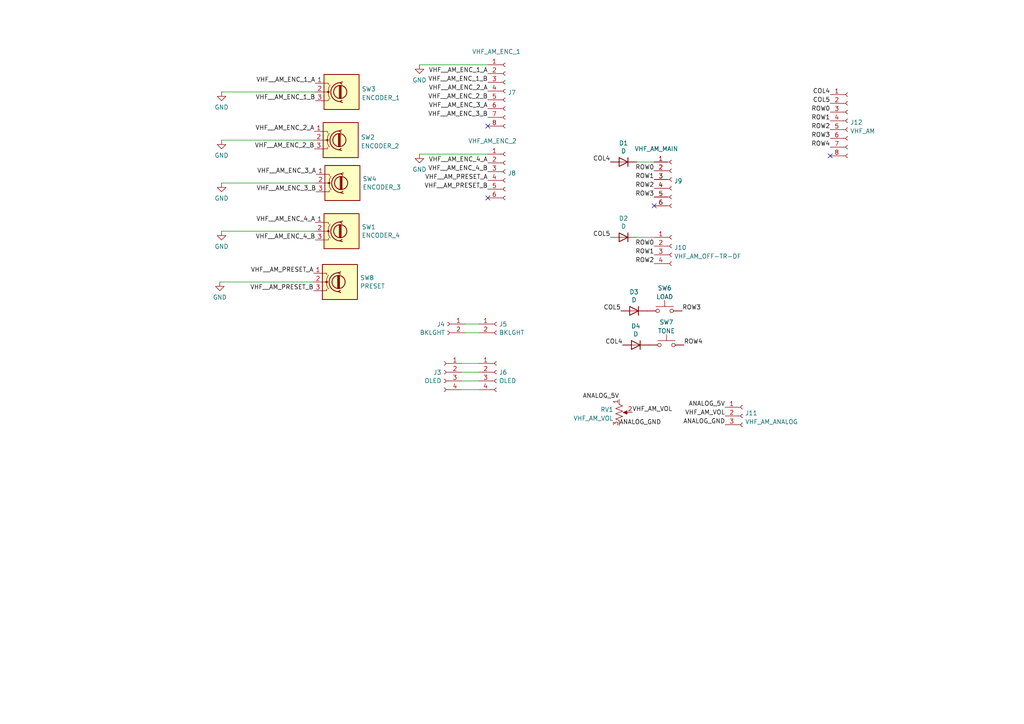
<source format=kicad_sch>
(kicad_sch (version 20230121) (generator eeschema)
  (paper "A4")
  (lib_symbols
    (symbol "Connector:Conn_01x02_Socket" (pin_names (offset 1.016) hide)
      (property "Reference" "J" (at 0 2.54 0))
      (property "Value" "Conn_01x02_Socket" (at 0 -5.08 0))
      (symbol "Conn_01x02_Socket_1_1"
        (arc (start 0 -2.032) (mid -0.5058 -2.54) (end 0 -3.048) (stroke (width 0.1524)))
        (polyline (pts (xy -1.27 -2.54) (xy -0.508 -2.54)) (stroke (width 0.1524)))
        (polyline (pts (xy -1.27 0) (xy -0.508 0)) (stroke (width 0.1524)))
        (arc (start 0 0.508) (mid -0.5058 0) (end 0 -0.508) (stroke (width 0.1524)))
        (pin passive line (at -5.08 0 0) (length 3.81) (name "Pin_1") (number "1"))
        (pin passive line (at -5.08 -2.54 0) (length 3.81) (name "Pin_2") (number "2"))
      )
    )
    (symbol "Connector:Conn_01x03_Female" (pin_names (offset 1.016) hide)
      (property "Reference" "J" (at 0 5.08 0))
      (property "Value" "Conn_01x03_Female" (at 0 -5.08 0))
      (symbol "Conn_01x03_Female_1_1"
        (arc (start 0 -2.032) (mid -0.5058 -2.54) (end 0 -3.048) (stroke (width 0.1524)))
        (polyline (pts (xy -1.27 -2.54) (xy -0.508 -2.54)) (stroke (width 0.1524)))
        (polyline (pts (xy -1.27 0) (xy -0.508 0)) (stroke (width 0.1524)))
        (polyline (pts (xy -1.27 2.54) (xy -0.508 2.54)) (stroke (width 0.1524)))
        (arc (start 0 0.508) (mid -0.5058 0) (end 0 -0.508) (stroke (width 0.1524)))
        (arc (start 0 3.048) (mid -0.5058 2.54) (end 0 2.032) (stroke (width 0.1524)))
        (pin passive line (at -5.08 2.54 0) (length 3.81) (name "Pin_1") (number "1"))
        (pin passive line (at -5.08 0 0) (length 3.81) (name "Pin_2") (number "2"))
        (pin passive line (at -5.08 -2.54 0) (length 3.81) (name "Pin_3") (number "3"))
      )
    )
    (symbol "Connector:Conn_01x04_Female" (pin_names (offset 1.016) hide)
      (property "Reference" "J" (at 0 5.08 0))
      (property "Value" "Conn_01x04_Female" (at 0 -7.62 0))
      (symbol "Conn_01x04_Female_1_1"
        (arc (start 0 -4.572) (mid -0.5058 -5.08) (end 0 -5.588) (stroke (width 0.1524)))
        (arc (start 0 -2.032) (mid -0.5058 -2.54) (end 0 -3.048) (stroke (width 0.1524)))
        (polyline (pts (xy -1.27 -5.08) (xy -0.508 -5.08)) (stroke (width 0.1524)))
        (polyline (pts (xy -1.27 -2.54) (xy -0.508 -2.54)) (stroke (width 0.1524)))
        (polyline (pts (xy -1.27 0) (xy -0.508 0)) (stroke (width 0.1524)))
        (polyline (pts (xy -1.27 2.54) (xy -0.508 2.54)) (stroke (width 0.1524)))
        (arc (start 0 0.508) (mid -0.5058 0) (end 0 -0.508) (stroke (width 0.1524)))
        (arc (start 0 3.048) (mid -0.5058 2.54) (end 0 2.032) (stroke (width 0.1524)))
        (pin passive line (at -5.08 2.54 0) (length 3.81) (name "Pin_1") (number "1"))
        (pin passive line (at -5.08 0 0) (length 3.81) (name "Pin_2") (number "2"))
        (pin passive line (at -5.08 -2.54 0) (length 3.81) (name "Pin_3") (number "3"))
        (pin passive line (at -5.08 -5.08 0) (length 3.81) (name "Pin_4") (number "4"))
      )
    )
    (symbol "Connector:Conn_01x04_Socket" (pin_names (offset 1.016) hide)
      (property "Reference" "J" (at 0 5.08 0))
      (property "Value" "Conn_01x04_Socket" (at 0 -7.62 0))
      (symbol "Conn_01x04_Socket_1_1"
        (arc (start 0 -4.572) (mid -0.5058 -5.08) (end 0 -5.588) (stroke (width 0.1524)))
        (arc (start 0 -2.032) (mid -0.5058 -2.54) (end 0 -3.048) (stroke (width 0.1524)))
        (polyline (pts (xy -1.27 -5.08) (xy -0.508 -5.08)) (stroke (width 0.1524)))
        (polyline (pts (xy -1.27 -2.54) (xy -0.508 -2.54)) (stroke (width 0.1524)))
        (polyline (pts (xy -1.27 0) (xy -0.508 0)) (stroke (width 0.1524)))
        (polyline (pts (xy -1.27 2.54) (xy -0.508 2.54)) (stroke (width 0.1524)))
        (arc (start 0 0.508) (mid -0.5058 0) (end 0 -0.508) (stroke (width 0.1524)))
        (arc (start 0 3.048) (mid -0.5058 2.54) (end 0 2.032) (stroke (width 0.1524)))
        (pin passive line (at -5.08 2.54 0) (length 3.81) (name "Pin_1") (number "1"))
        (pin passive line (at -5.08 0 0) (length 3.81) (name "Pin_2") (number "2"))
        (pin passive line (at -5.08 -2.54 0) (length 3.81) (name "Pin_3") (number "3"))
        (pin passive line (at -5.08 -5.08 0) (length 3.81) (name "Pin_4") (number "4"))
      )
    )
    (symbol "Connector:Conn_01x06_Female" (pin_names (offset 1.016) hide)
      (property "Reference" "J" (at 0 7.62 0))
      (property "Value" "Conn_01x06_Female" (at 0 -10.16 0))
      (symbol "Conn_01x06_Female_1_1"
        (arc (start 0 -7.112) (mid -0.5058 -7.62) (end 0 -8.128) (stroke (width 0.1524)))
        (arc (start 0 -4.572) (mid -0.5058 -5.08) (end 0 -5.588) (stroke (width 0.1524)))
        (arc (start 0 -2.032) (mid -0.5058 -2.54) (end 0 -3.048) (stroke (width 0.1524)))
        (polyline (pts (xy -1.27 -7.62) (xy -0.508 -7.62)) (stroke (width 0.1524)))
        (polyline (pts (xy -1.27 -5.08) (xy -0.508 -5.08)) (stroke (width 0.1524)))
        (polyline (pts (xy -1.27 -2.54) (xy -0.508 -2.54)) (stroke (width 0.1524)))
        (polyline (pts (xy -1.27 0) (xy -0.508 0)) (stroke (width 0.1524)))
        (polyline (pts (xy -1.27 2.54) (xy -0.508 2.54)) (stroke (width 0.1524)))
        (polyline (pts (xy -1.27 5.08) (xy -0.508 5.08)) (stroke (width 0.1524)))
        (arc (start 0 0.508) (mid -0.5058 0) (end 0 -0.508) (stroke (width 0.1524)))
        (arc (start 0 3.048) (mid -0.5058 2.54) (end 0 2.032) (stroke (width 0.1524)))
        (arc (start 0 5.588) (mid -0.5058 5.08) (end 0 4.572) (stroke (width 0.1524)))
        (pin passive line (at -5.08 5.08 0) (length 3.81) (name "Pin_1") (number "1"))
        (pin passive line (at -5.08 2.54 0) (length 3.81) (name "Pin_2") (number "2"))
        (pin passive line (at -5.08 0 0) (length 3.81) (name "Pin_3") (number "3"))
        (pin passive line (at -5.08 -2.54 0) (length 3.81) (name "Pin_4") (number "4"))
        (pin passive line (at -5.08 -5.08 0) (length 3.81) (name "Pin_5") (number "5"))
        (pin passive line (at -5.08 -7.62 0) (length 3.81) (name "Pin_6") (number "6"))
      )
    )
    (symbol "Connector:Conn_01x08_Female" (pin_names (offset 1.016) hide)
      (property "Reference" "J" (at 0 10.16 0))
      (property "Value" "Conn_01x08_Female" (at 0 -12.7 0))
      (symbol "Conn_01x08_Female_1_1"
        (arc (start 0 -9.652) (mid -0.5058 -10.16) (end 0 -10.668) (stroke (width 0.1524)))
        (arc (start 0 -7.112) (mid -0.5058 -7.62) (end 0 -8.128) (stroke (width 0.1524)))
        (arc (start 0 -4.572) (mid -0.5058 -5.08) (end 0 -5.588) (stroke (width 0.1524)))
        (arc (start 0 -2.032) (mid -0.5058 -2.54) (end 0 -3.048) (stroke (width 0.1524)))
        (polyline (pts (xy -1.27 -10.16) (xy -0.508 -10.16)) (stroke (width 0.1524)))
        (polyline (pts (xy -1.27 -7.62) (xy -0.508 -7.62)) (stroke (width 0.1524)))
        (polyline (pts (xy -1.27 -5.08) (xy -0.508 -5.08)) (stroke (width 0.1524)))
        (polyline (pts (xy -1.27 -2.54) (xy -0.508 -2.54)) (stroke (width 0.1524)))
        (polyline (pts (xy -1.27 0) (xy -0.508 0)) (stroke (width 0.1524)))
        (polyline (pts (xy -1.27 2.54) (xy -0.508 2.54)) (stroke (width 0.1524)))
        (polyline (pts (xy -1.27 5.08) (xy -0.508 5.08)) (stroke (width 0.1524)))
        (polyline (pts (xy -1.27 7.62) (xy -0.508 7.62)) (stroke (width 0.1524)))
        (arc (start 0 0.508) (mid -0.5058 0) (end 0 -0.508) (stroke (width 0.1524)))
        (arc (start 0 3.048) (mid -0.5058 2.54) (end 0 2.032) (stroke (width 0.1524)))
        (arc (start 0 5.588) (mid -0.5058 5.08) (end 0 4.572) (stroke (width 0.1524)))
        (arc (start 0 8.128) (mid -0.5058 7.62) (end 0 7.112) (stroke (width 0.1524)))
        (pin passive line (at -5.08 7.62 0) (length 3.81) (name "Pin_1") (number "1"))
        (pin passive line (at -5.08 5.08 0) (length 3.81) (name "Pin_2") (number "2"))
        (pin passive line (at -5.08 2.54 0) (length 3.81) (name "Pin_3") (number "3"))
        (pin passive line (at -5.08 0 0) (length 3.81) (name "Pin_4") (number "4"))
        (pin passive line (at -5.08 -2.54 0) (length 3.81) (name "Pin_5") (number "5"))
        (pin passive line (at -5.08 -5.08 0) (length 3.81) (name "Pin_6") (number "6"))
        (pin passive line (at -5.08 -7.62 0) (length 3.81) (name "Pin_7") (number "7"))
        (pin passive line (at -5.08 -10.16 0) (length 3.81) (name "Pin_8") (number "8"))
      )
    )
    (symbol "Device:D" (pin_numbers hide) (pin_names (offset 1.016) hide)
      (property "Reference" "D" (at 0 2.54 0))
      (property "Value" "D" (at 0 -2.54 0))
      (symbol "D_0_1"
        (polyline (pts (xy -1.27 1.27) (xy -1.27 -1.27)) (stroke (width 0.254)))
        (polyline (pts (xy 1.27 0) (xy -1.27 0)))
        (polyline (pts (xy 1.27 1.27) (xy 1.27 -1.27) (xy -1.27 0) (xy 1.27 1.27)) (stroke (width 0.254)))
      )
      (symbol "D_1_1"
        (pin passive line (at -3.81 0 0) (length 2.54) (name "K") (number "1"))
        (pin passive line (at 3.81 0 180) (length 2.54) (name "A") (number "2"))
      )
    )
    (symbol "Device:R_Potentiometer_US" (pin_names (offset 1.016) hide)
      (property "Reference" "RV" (at -4.445 0 90))
      (property "Value" "R_Potentiometer_US" (at -2.54 0 90))
      (symbol "R_Potentiometer_US_0_1"
        (polyline (pts (xy 0 -2.286) (xy 0 -2.54)))
        (polyline (pts (xy 0 2.54) (xy 0 2.286)))
        (polyline (pts (xy 2.54 0) (xy 1.524 0)))
        (polyline (pts (xy 1.143 0) (xy 2.286 0.508) (xy 2.286 -0.508) (xy 1.143 0)) (fill (type outline)))
        (polyline (pts (xy 0 -0.762) (xy 1.016 -1.143) (xy 0 -1.524) (xy -1.016 -1.905) (xy 0 -2.286)))
        (polyline (pts (xy 0 0.762) (xy 1.016 0.381) (xy 0 0) (xy -1.016 -0.381) (xy 0 -0.762)))
        (polyline (pts (xy 0 2.286) (xy 1.016 1.905) (xy 0 1.524) (xy -1.016 1.143) (xy 0 0.762)))
      )
      (symbol "R_Potentiometer_US_1_1"
        (pin passive line (at 0 3.81 270) (length 1.27) (name "1") (number "1"))
        (pin passive line (at 3.81 0 180) (length 1.27) (name "2") (number "2"))
        (pin passive line (at 0 -3.81 90) (length 1.27) (name "3") (number "3"))
      )
    )
    (symbol "RotaryEncoder_1" (pin_names (offset 0.254) hide)
      (property "Reference" "SW3" (at 5.842 0.8347 0))
      (property "Value" "ENCODER_1" (at 5.842 -1.7022 0))
      (symbol "RotaryEncoder_1_0_1"
        (rectangle (start -5.08 5.08) (end 5.08 -5.08) (stroke (width 0.254)) (fill (type background)))
        (circle (center -3.81 0) (radius 0.254) (fill (type outline)))
        (circle (center -0.381 0) (radius 1.905) (stroke (width 0.254)))
        (arc (start -0.381 2.667) (mid -3.0988 -0.0635) (end -0.381 -2.794) (stroke (width 0.254)))
        (polyline (pts (xy -0.635 -1.778) (xy -0.635 1.778)) (stroke (width 0.254)))
        (polyline (pts (xy -0.381 -1.778) (xy -0.381 1.778)) (stroke (width 0.254)))
        (polyline (pts (xy -0.127 1.778) (xy -0.127 -1.778)) (stroke (width 0.254)))
        (polyline (pts (xy -5.08 -2.54) (xy -3.81 -2.54) (xy -3.81 -2.032)))
        (polyline (pts (xy -5.08 2.54) (xy -3.81 2.54) (xy -3.81 2.032)))
        (polyline (pts (xy 0.254 -3.048) (xy -0.508 -2.794) (xy 0.127 -2.413)) (stroke (width 0.254)))
        (polyline (pts (xy 0.254 2.921) (xy -0.508 2.667) (xy 0.127 2.286)) (stroke (width 0.254)))
        (polyline (pts (xy -5.08 0) (xy -3.81 0) (xy -3.81 -1.016) (xy -3.302 -2.032)))
        (polyline (pts (xy -4.318 0) (xy -3.81 0) (xy -3.81 1.016) (xy -3.302 2.032)))
      )
      (symbol "RotaryEncoder_1_1_1"
        (pin passive line (at -7.62 2.54 0) (length 2.54) (name "1") (number "1"))
        (pin passive line (at -7.62 0 0) (length 2.54) (name "2") (number "2"))
        (pin passive line (at -7.62 -2.54 0) (length 2.54) (name "3") (number "3"))
      )
    )
    (symbol "RotaryEncoder_2" (pin_names (offset 0.254) hide)
      (property "Reference" "SW2" (at 5.842 0.8347 0))
      (property "Value" "ENCODER_2" (at 5.842 -1.7022 0))
      (symbol "RotaryEncoder_2_0_1"
        (rectangle (start -5.08 5.08) (end 5.08 -5.08) (stroke (width 0.254)) (fill (type background)))
        (circle (center -3.81 0) (radius 0.254) (fill (type outline)))
        (circle (center -0.381 0) (radius 1.905) (stroke (width 0.254)))
        (arc (start -0.381 2.667) (mid -3.0988 -0.0635) (end -0.381 -2.794) (stroke (width 0.254)))
        (polyline (pts (xy -0.635 -1.778) (xy -0.635 1.778)) (stroke (width 0.254)))
        (polyline (pts (xy -0.381 -1.778) (xy -0.381 1.778)) (stroke (width 0.254)))
        (polyline (pts (xy -0.127 1.778) (xy -0.127 -1.778)) (stroke (width 0.254)))
        (polyline (pts (xy -5.08 -2.54) (xy -3.81 -2.54) (xy -3.81 -2.032)))
        (polyline (pts (xy -5.08 2.54) (xy -3.81 2.54) (xy -3.81 2.032)))
        (polyline (pts (xy 0.254 -3.048) (xy -0.508 -2.794) (xy 0.127 -2.413)) (stroke (width 0.254)))
        (polyline (pts (xy 0.254 2.921) (xy -0.508 2.667) (xy 0.127 2.286)) (stroke (width 0.254)))
        (polyline (pts (xy -5.08 0) (xy -3.81 0) (xy -3.81 -1.016) (xy -3.302 -2.032)))
        (polyline (pts (xy -4.318 0) (xy -3.81 0) (xy -3.81 1.016) (xy -3.302 2.032)))
      )
      (symbol "RotaryEncoder_2_1_1"
        (pin passive line (at -7.62 2.54 0) (length 2.54) (name "1") (number "1"))
        (pin passive line (at -7.62 0 0) (length 2.54) (name "2") (number "2"))
        (pin passive line (at -7.62 -2.54 0) (length 2.54) (name "3") (number "3"))
      )
    )
    (symbol "Switch:SW_Push" (pin_numbers hide) (pin_names (offset 1.016) hide)
      (property "Reference" "SW" (at 1.27 2.54 0))
      (property "Value" "SW_Push" (at 0 -1.524 0))
      (symbol "SW_Push_0_1"
        (circle (center -2.032 0) (radius 0.508))
        (polyline (pts (xy 0 1.27) (xy 0 3.048)))
        (polyline (pts (xy 2.54 1.27) (xy -2.54 1.27)))
        (circle (center 2.032 0) (radius 0.508))
        (pin passive line (at -5.08 0 0) (length 2.54) (name "1") (number "1"))
        (pin passive line (at 5.08 0 180) (length 2.54) (name "2") (number "2"))
      )
    )
    (symbol "power:GND" (power) (pin_names (offset 0))
      (property "Value" "GND" (at 0 -3.81 0))
      (symbol "GND_0_1"
        (polyline (pts (xy 0 0) (xy 0 -1.27) (xy 1.27 -1.27) (xy 0 -2.54) (xy -1.27 -1.27) (xy 0 -1.27)))
      )
      (symbol "GND_1_1"
        (pin power_in line (at 0 0 270) (length 0) hide (name "GND") (number "1"))
      )
    )
  )
  (no_connect (at 141.478 57.404))
  (no_connect (at 240.792 45.212))
  (no_connect (at 189.738 59.69))
  (no_connect (at 141.478 36.576))
  (wire (pts (xy 134.874 96.52) (xy 138.938 96.52)))
  (wire (pts (xy 133.858 110.49) (xy 138.938 110.49)))
  (wire (pts (xy 184.658 46.99) (xy 189.738 46.99)))
  (wire (pts (xy 63.754 81.788) (xy 90.9574 81.788)))
  (wire (pts (xy 133.858 113.03) (xy 138.938 113.03)))
  (wire (pts (xy 133.858 105.41) (xy 138.938 105.41)))
  (wire (pts (xy 64.262 67.056) (xy 91.44 67.056)))
  (wire (pts (xy 133.858 107.95) (xy 138.938 107.95)))
  (wire (pts (xy 64.262 53.086) (xy 91.694 53.086)))
  (wire (pts (xy 184.658 68.834) (xy 189.738 68.834)))
  (wire (pts (xy 134.874 93.98) (xy 138.938 93.98)))
  (wire (pts (xy 64.262 26.67) (xy 91.44 26.67)))
  (wire (pts (xy 64.262 40.64) (xy 91.186 40.64)))
  (wire (pts (xy 121.666 18.796) (xy 141.478 18.796)))
  (wire (pts (xy 121.666 44.704) (xy 141.478 44.704)))
  (label "VHF__AM_PRESET_B" (at 90.9574 84.328 180))
  (label "ANALOG_GND" (at 179.578 123.444 0))
  (label "ROW0" (at 189.738 71.374 180))
  (label "VHF__AM_ENC_4_B" (at 141.478 49.784 180))
  (label "ROW0" (at 189.738 49.53 180))
  (label "ROW4" (at 198.374 100.076 0))
  (label "VHF__AM_ENC_4_A" (at 91.44 64.516 180))
  (label "VHF_AM_VOL" (at 210.312 120.65 180))
  (label "VHF__AM_ENC_3_A" (at 91.694 50.546 180))
  (label "ROW4" (at 240.792 42.672 180))
  (label "VHF__AM_ENC_3_B" (at 141.478 34.036 180))
  (label "VHF__AM_ENC_4_A" (at 141.478 47.244 180))
  (label "COL4" (at 180.594 100.076 180))
  (label "COL4" (at 177.038 46.99 180))
  (label "VHF__AM_ENC_1_A" (at 141.478 21.336 180))
  (label "COL5" (at 240.792 29.972 180))
  (label "VHF__AM_ENC_1_B" (at 141.478 23.876 180))
  (label "ROW1" (at 189.738 52.07 180))
  (label "VHF__AM_PRESET_B" (at 141.478 54.864 180))
  (label "COL5" (at 180.086 90.17 180))
  (label "ROW0" (at 240.792 32.512 180))
  (label "ROW2" (at 189.738 54.61 180))
  (label "ANALOG_5V" (at 210.312 118.11 180))
  (label "VHF__AM_ENC_3_B" (at 91.694 55.626 180))
  (label "ROW2" (at 189.738 76.454 180))
  (label "VHF__AM_ENC_4_B" (at 91.44 69.596 180))
  (label "VHF__AM_ENC_2_B" (at 91.186 43.18 180))
  (label "VHF__AM_ENC_2_A" (at 91.186 38.1 180))
  (label "COL4" (at 240.792 27.432 180))
  (label "ROW1" (at 240.792 35.052 180))
  (label "ROW3" (at 240.792 40.132 180))
  (label "ANALOG_GND" (at 210.312 123.19 180))
  (label "VHF__AM_ENC_1_B" (at 91.44 29.21 180))
  (label "ROW1" (at 189.738 73.914 180))
  (label "COL5" (at 177.038 68.834 180))
  (label "VHF__AM_ENC_2_A" (at 141.478 26.416 180))
  (label "VHF__AM_ENC_2_B" (at 141.478 28.956 180))
  (label "ROW3" (at 189.738 57.15 180))
  (label "ANALOG_5V" (at 179.578 115.824 180))
  (label "VHF_AM_VOL" (at 183.388 119.634 0))
  (label "VHF__AM_ENC_3_A" (at 141.478 31.496 180))
  (label "VHF__AM_PRESET_A" (at 141.478 52.324 180))
  (label "VHF__AM_PRESET_A" (at 90.9574 79.248 180))
  (label "VHF__AM_ENC_1_A" (at 91.44 24.13 180))
  (label "ROW3" (at 197.866 90.17 0))
  (label "ROW2" (at 240.792 37.592 180))
  (symbol (lib_id "Connector:Conn_01x06_Female") (at 194.818 52.07 0) (unit 1)
    (property "Reference" "J9" (at 195.5292 52.5053 0) (effects (justify left)))
    (property "Value" "VHF_AM_MAIN" (at 184.023 43.18 0) (effects (justify left)))
    (property "Footprint" "Connector_Molex:Molex_KK-254_AE-6410-06A_1x06_P2.54mm_Vertical" (effects hide))
  )
  (symbol (lib_id "power:GND") (at 64.262 40.64 0) (unit 1)
    (property "Reference" "#PWR03" (effects hide))
    (property "Value" "GND" (at 64.262 45.0834 0))
  )
  (symbol (lib_id "Switch:SW_Push") (at 193.294 100.076 0) (unit 1)
    (property "Reference" "SW7" (at 193.294 93.4552 0))
    (property "Value" "TONE" (at 193.294 95.9921 0))
    (property "Footprint" "Connector_Molex:Molex_KK-254_AE-6410-02A_1x02_P2.54mm_Vertical" (effects hide))
  )
  (symbol (lib_id "Connector:Conn_01x02_Socket") (at 144.018 93.98 0) (unit 1)
    (property "Reference" "J5" (at 144.7292 94.0379 0) (effects (justify left)))
    (property "Value" "BKLGHT" (at 144.7292 96.4621 0) (effects (justify left)))
    (property "Footprint" "Connector_Molex:Molex_KK-254_AE-6410-02A_1x02_P2.54mm_Vertical" (effects hide))
  )
  (symbol (lib_id "Device:R_Potentiometer_US") (at 179.578 119.634 0) (unit 1)
    (property "Reference" "RV1" (at 177.927 118.7993 0) (effects (justify right)))
    (property "Value" "VHF_AM_VOL" (at 177.927 121.3362 0) (effects (justify right)))
    (property "Footprint" "Connector_Molex:Molex_KK-254_AE-6410-03A_1x03_P2.54mm_Vertical" (effects hide))
  )
  (symbol (lib_id "Connector:Conn_01x04_Female") (at 194.818 71.374 0) (unit 1)
    (property "Reference" "J10" (at 195.5292 71.8093 0) (effects (justify left)))
    (property "Value" "VHF_AM_OFF-TR-DF" (at 195.5292 74.3462 0) (effects (justify left)))
    (property "Footprint" "Connector_Molex:Molex_KK-254_AE-6410-04A_1x04_P2.54mm_Vertical" (effects hide))
  )
  (symbol (lib_id "power:GND") (at 63.754 81.788 0) (unit 1)
    (property "Reference" "#PWR01" (effects hide))
    (property "Value" "GND" (at 63.754 86.2314 0))
  )
  (symbol (lib_id "Device:D") (at 183.896 90.17 0) (mirror y) (unit 1)
    (property "Reference" "D3" (at 183.896 84.6836 0))
    (property "Value" "D" (at 183.896 86.995 0))
    (property "Footprint" "Diode_THT:D_A-405_P7.62mm_Horizontal" (effects hide))
  )
  (symbol (lib_id "Connector:Conn_01x08_Female") (at 245.872 35.052 0) (unit 1)
    (property "Reference" "J12" (at 246.5832 35.4873 0) (effects (justify left)))
    (property "Value" "VHF_AM" (at 246.5832 38.0242 0) (effects (justify left)))
    (property "Footprint" "Connector_Molex:Molex_KK-254_AE-6410-08A_1x08_P2.54mm_Vertical" (effects hide))
  )
  (symbol (lib_id "Connector:Conn_01x06_Female") (at 146.558 49.784 0) (unit 1)
    (property "Reference" "J8" (at 147.2692 50.2193 0) (effects (justify left)))
    (property "Value" "VHF_AM_ENC_2" (at 135.763 40.894 0) (effects (justify left)))
    (property "Footprint" "Connector_Molex:Molex_KK-254_AE-6410-06A_1x06_P2.54mm_Vertical" (effects hide))
  )
  (symbol (lib_id "Device:D") (at 180.848 46.99 0) (mirror y) (unit 1)
    (property "Reference" "D1" (at 180.848 41.5036 0))
    (property "Value" "D" (at 180.848 43.815 0))
    (property "Footprint" "Diode_THT:D_A-405_P7.62mm_Horizontal" (effects hide))
  )
  (symbol (lib_name "RotaryEncoder_1") (lib_id "Device:RotaryEncoder") (at 99.06 26.67 0) (unit 1)
    (property "Reference" "SW3" (at 104.902 25.8353 0) (effects (justify left)))
    (property "Value" "ENCODER_1" (at 104.902 28.3722 0) (effects (justify left)))
    (property "Footprint" "Connector_Molex:Molex_KK-254_AE-6410-03A_1x03_P2.54mm_Vertical" (effects hide))
  )
  (symbol (lib_id "Device:D") (at 180.848 68.834 0) (mirror y) (unit 1)
    (property "Reference" "D2" (at 180.848 63.3476 0))
    (property "Value" "D" (at 180.848 65.659 0))
    (property "Footprint" "Diode_THT:D_A-405_P7.62mm_Horizontal" (effects hide))
  )
  (symbol (lib_id "Device:D") (at 184.404 100.076 0) (mirror y) (unit 1)
    (property "Reference" "D4" (at 184.404 94.5896 0))
    (property "Value" "D" (at 184.404 96.901 0))
    (property "Footprint" "Diode_THT:D_A-405_P7.62mm_Horizontal" (effects hide))
  )
  (symbol (lib_id "power:GND") (at 64.262 26.67 0) (unit 1)
    (property "Reference" "#PWR02" (effects hide))
    (property "Value" "GND" (at 64.262 31.1134 0))
  )
  (symbol (lib_id "Connector:Conn_01x04_Socket") (at 128.778 107.95 0) (mirror y) (unit 1)
    (property "Reference" "J3" (at 128.0668 108.0079 0) (effects (justify left)))
    (property "Value" "OLED" (at 128.0668 110.4321 0) (effects (justify left)))
    (property "Footprint" "Connector_Molex:Molex_KK-254_AE-6410-04A_1x04_P2.54mm_Vertical" (effects hide))
  )
  (symbol (lib_id "power:GND") (at 64.262 67.056 0) (unit 1)
    (property "Reference" "#PWR05" (effects hide))
    (property "Value" "GND" (at 64.262 71.4994 0))
  )
  (symbol (lib_id "Connector:Conn_01x08_Female") (at 146.558 26.416 0) (unit 1)
    (property "Reference" "J7" (at 147.2692 26.8513 0) (effects (justify left)))
    (property "Value" "VHF_AM_ENC_1" (at 136.906 14.986 0) (effects (justify left)))
    (property "Footprint" "Connector_Molex:Molex_KK-254_AE-6410-08A_1x08_P2.54mm_Vertical" (effects hide))
  )
  (symbol (lib_id "Connector:Conn_01x03_Female") (at 215.392 120.65 0) (unit 1)
    (property "Reference" "J11" (at 216.1032 119.8153 0) (effects (justify left)))
    (property "Value" "VHF_AM_ANALOG" (at 216.1032 122.3522 0) (effects (justify left)))
    (property "Footprint" "Connector_Molex:Molex_KK-254_AE-6410-03A_1x03_P2.54mm_Vertical" (effects hide))
  )
  (symbol (lib_name "RotaryEncoder_2") (lib_id "Device:RotaryEncoder") (at 98.806 40.64 0) (unit 1)
    (property "Reference" "SW2" (at 104.648 39.8053 0) (effects (justify left)))
    (property "Value" "ENCODER_2" (at 104.648 42.3422 0) (effects (justify left)))
    (property "Footprint" "Connector_Molex:Molex_KK-254_AE-6410-03A_1x03_P2.54mm_Vertical" (effects hide))
  )
  (symbol (lib_id "power:GND") (at 64.262 53.086 0) (unit 1)
    (property "Reference" "#PWR04" (effects hide))
    (property "Value" "GND" (at 64.262 57.5294 0))
  )
  (symbol (lib_id "power:GND") (at 121.666 44.704 0) (unit 1)
    (property "Reference" "#PWR07" (effects hide))
    (property "Value" "GND" (at 121.666 49.1474 0))
  )
  (symbol (lib_id "Connector:Conn_01x02_Socket") (at 129.794 93.98 0) (mirror y) (unit 1)
    (property "Reference" "J4" (at 129.0828 94.0379 0) (effects (justify left)))
    (property "Value" "BKLGHT" (at 129.0828 96.4621 0) (effects (justify left)))
    (property "Footprint" "Connector_Molex:Molex_KK-254_AE-6410-02A_1x02_P2.54mm_Vertical" (effects hide))
  )
  (symbol (lib_name "RotaryEncoder_2") (lib_id "Device:RotaryEncoder") (at 99.06 67.056 0) (unit 1)
    (property "Reference" "SW1" (at 104.902 65.8439 0) (effects (justify left)))
    (property "Value" "ENCODER_4" (at 104.902 68.2681 0) (effects (justify left)))
    (property "Footprint" "Connector_Molex:Molex_KK-254_AE-6410-03A_1x03_P2.54mm_Vertical" (effects hide))
  )
  (symbol (lib_id "power:GND") (at 121.666 18.796 0) (unit 1)
    (property "Reference" "#PWR06" (effects hide))
    (property "Value" "GND" (at 121.666 23.2394 0))
  )
  (symbol (lib_name "RotaryEncoder_2") (lib_id "Device:RotaryEncoder") (at 99.314 53.086 0) (unit 1)
    (property "Reference" "SW4" (at 105.156 51.8739 0) (effects (justify left)))
    (property "Value" "ENCODER_3" (at 105.156 54.2981 0) (effects (justify left)))
    (property "Footprint" "Connector_Molex:Molex_KK-254_AE-6410-03A_1x03_P2.54mm_Vertical" (effects hide))
  )
  (symbol (lib_id "Switch:SW_Push") (at 192.786 90.17 0) (unit 1)
    (property "Reference" "SW6" (at 192.786 83.5492 0))
    (property "Value" "LOAD" (at 192.786 86.0861 0))
    (property "Footprint" "Connector_Molex:Molex_KK-254_AE-6410-02A_1x02_P2.54mm_Vertical" (effects hide))
  )
  (symbol (lib_id "Connector:Conn_01x04_Socket") (at 144.018 107.95 0) (unit 1)
    (property "Reference" "J6" (at 144.7292 108.0079 0) (effects (justify left)))
    (property "Value" "OLED" (at 144.7292 110.4321 0) (effects (justify left)))
    (property "Footprint" "Connector_Molex:Molex_KK-254_AE-6410-04A_1x04_P2.54mm_Vertical" (effects hide))
  )
  (symbol (lib_name "RotaryEncoder_2") (lib_id "Device:RotaryEncoder") (at 98.5774 81.788 0) (unit 1)
    (property "Reference" "SW8" (at 104.4194 80.5759 0) (effects (justify left)))
    (property "Value" "PRESET" (at 104.4194 83.0001 0) (effects (justify left)))
    (property "Footprint" "Connector_Molex:Molex_KK-254_AE-6410-03A_1x03_P2.54mm_Vertical" (effects hide))
  )
)
</source>
